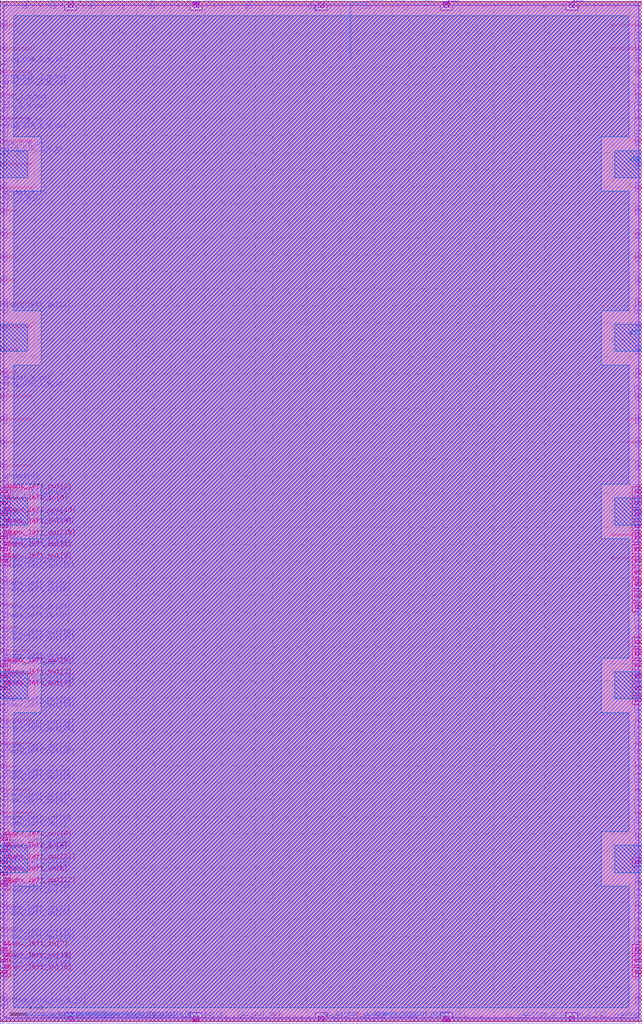
<source format=lef>
VERSION 5.7 ;
BUSBITCHARS "[]" ;

UNITS
  DATABASE MICRONS 1000 ;
END UNITS

MANUFACTURINGGRID 0.005 ;

LAYER li1
  TYPE ROUTING ;
  DIRECTION VERTICAL ;
  PITCH 0.46 ;
  WIDTH 0.17 ;
END li1

LAYER mcon
  TYPE CUT ;
END mcon

LAYER met1
  TYPE ROUTING ;
  DIRECTION HORIZONTAL ;
  PITCH 0.34 ;
  WIDTH 0.14 ;
END met1

LAYER via
  TYPE CUT ;
END via

LAYER met2
  TYPE ROUTING ;
  DIRECTION VERTICAL ;
  PITCH 0.46 ;
  WIDTH 0.14 ;
END met2

LAYER via2
  TYPE CUT ;
END via2

LAYER met3
  TYPE ROUTING ;
  DIRECTION HORIZONTAL ;
  PITCH 0.68 ;
  WIDTH 0.3 ;
END met3

LAYER via3
  TYPE CUT ;
END via3

LAYER met4
  TYPE ROUTING ;
  DIRECTION VERTICAL ;
  PITCH 0.92 ;
  WIDTH 0.3 ;
END met4

LAYER via4
  TYPE CUT ;
END via4

LAYER met5
  TYPE ROUTING ;
  DIRECTION HORIZONTAL ;
  PITCH 3.4 ;
  WIDTH 1.6 ;
END met5

LAYER nwell
  TYPE MASTERSLICE ;
END nwell

LAYER pwell
  TYPE MASTERSLICE ;
END pwell

LAYER OVERLAP
  TYPE OVERLAP ;
END OVERLAP

VIA L1M1_PR
  LAYER li1 ;
    RECT -0.085 -0.085 0.085 0.085 ;
  LAYER mcon ;
    RECT -0.085 -0.085 0.085 0.085 ;
  LAYER met1 ;
    RECT -0.145 -0.115 0.145 0.115 ;
END L1M1_PR

VIA L1M1_PR_R
  LAYER li1 ;
    RECT -0.085 -0.085 0.085 0.085 ;
  LAYER mcon ;
    RECT -0.085 -0.085 0.085 0.085 ;
  LAYER met1 ;
    RECT -0.115 -0.145 0.115 0.145 ;
END L1M1_PR_R

VIA L1M1_PR_M
  LAYER li1 ;
    RECT -0.085 -0.085 0.085 0.085 ;
  LAYER mcon ;
    RECT -0.085 -0.085 0.085 0.085 ;
  LAYER met1 ;
    RECT -0.115 -0.145 0.115 0.145 ;
END L1M1_PR_M

VIA L1M1_PR_MR
  LAYER li1 ;
    RECT -0.085 -0.085 0.085 0.085 ;
  LAYER mcon ;
    RECT -0.085 -0.085 0.085 0.085 ;
  LAYER met1 ;
    RECT -0.145 -0.115 0.145 0.115 ;
END L1M1_PR_MR

VIA L1M1_PR_C
  LAYER li1 ;
    RECT -0.085 -0.085 0.085 0.085 ;
  LAYER mcon ;
    RECT -0.085 -0.085 0.085 0.085 ;
  LAYER met1 ;
    RECT -0.145 -0.145 0.145 0.145 ;
END L1M1_PR_C

VIA M1M2_PR
  LAYER met1 ;
    RECT -0.16 -0.13 0.16 0.13 ;
  LAYER via ;
    RECT -0.075 -0.075 0.075 0.075 ;
  LAYER met2 ;
    RECT -0.13 -0.16 0.13 0.16 ;
END M1M2_PR

VIA M1M2_PR_Enc
  LAYER met1 ;
    RECT -0.16 -0.13 0.16 0.13 ;
  LAYER via ;
    RECT -0.075 -0.075 0.075 0.075 ;
  LAYER met2 ;
    RECT -0.16 -0.13 0.16 0.13 ;
END M1M2_PR_Enc

VIA M1M2_PR_R
  LAYER met1 ;
    RECT -0.13 -0.16 0.13 0.16 ;
  LAYER via ;
    RECT -0.075 -0.075 0.075 0.075 ;
  LAYER met2 ;
    RECT -0.16 -0.13 0.16 0.13 ;
END M1M2_PR_R

VIA M1M2_PR_R_Enc
  LAYER met1 ;
    RECT -0.13 -0.16 0.13 0.16 ;
  LAYER via ;
    RECT -0.075 -0.075 0.075 0.075 ;
  LAYER met2 ;
    RECT -0.13 -0.16 0.13 0.16 ;
END M1M2_PR_R_Enc

VIA M1M2_PR_M
  LAYER met1 ;
    RECT -0.16 -0.13 0.16 0.13 ;
  LAYER via ;
    RECT -0.075 -0.075 0.075 0.075 ;
  LAYER met2 ;
    RECT -0.16 -0.13 0.16 0.13 ;
END M1M2_PR_M

VIA M1M2_PR_M_Enc
  LAYER met1 ;
    RECT -0.16 -0.13 0.16 0.13 ;
  LAYER via ;
    RECT -0.075 -0.075 0.075 0.075 ;
  LAYER met2 ;
    RECT -0.13 -0.16 0.13 0.16 ;
END M1M2_PR_M_Enc

VIA M1M2_PR_MR
  LAYER met1 ;
    RECT -0.13 -0.16 0.13 0.16 ;
  LAYER via ;
    RECT -0.075 -0.075 0.075 0.075 ;
  LAYER met2 ;
    RECT -0.13 -0.16 0.13 0.16 ;
END M1M2_PR_MR

VIA M1M2_PR_MR_Enc
  LAYER met1 ;
    RECT -0.13 -0.16 0.13 0.16 ;
  LAYER via ;
    RECT -0.075 -0.075 0.075 0.075 ;
  LAYER met2 ;
    RECT -0.16 -0.13 0.16 0.13 ;
END M1M2_PR_MR_Enc

VIA M1M2_PR_C
  LAYER met1 ;
    RECT -0.16 -0.16 0.16 0.16 ;
  LAYER via ;
    RECT -0.075 -0.075 0.075 0.075 ;
  LAYER met2 ;
    RECT -0.16 -0.16 0.16 0.16 ;
END M1M2_PR_C

VIA M2M3_PR
  LAYER met2 ;
    RECT -0.14 -0.185 0.14 0.185 ;
  LAYER via2 ;
    RECT -0.1 -0.1 0.1 0.1 ;
  LAYER met3 ;
    RECT -0.165 -0.165 0.165 0.165 ;
END M2M3_PR

VIA M2M3_PR_R
  LAYER met2 ;
    RECT -0.185 -0.14 0.185 0.14 ;
  LAYER via2 ;
    RECT -0.1 -0.1 0.1 0.1 ;
  LAYER met3 ;
    RECT -0.165 -0.165 0.165 0.165 ;
END M2M3_PR_R

VIA M2M3_PR_M
  LAYER met2 ;
    RECT -0.14 -0.185 0.14 0.185 ;
  LAYER via2 ;
    RECT -0.1 -0.1 0.1 0.1 ;
  LAYER met3 ;
    RECT -0.165 -0.165 0.165 0.165 ;
END M2M3_PR_M

VIA M2M3_PR_MR
  LAYER met2 ;
    RECT -0.185 -0.14 0.185 0.14 ;
  LAYER via2 ;
    RECT -0.1 -0.1 0.1 0.1 ;
  LAYER met3 ;
    RECT -0.165 -0.165 0.165 0.165 ;
END M2M3_PR_MR

VIA M2M3_PR_C
  LAYER met2 ;
    RECT -0.185 -0.185 0.185 0.185 ;
  LAYER via2 ;
    RECT -0.1 -0.1 0.1 0.1 ;
  LAYER met3 ;
    RECT -0.165 -0.165 0.165 0.165 ;
END M2M3_PR_C

VIA M3M4_PR
  LAYER met3 ;
    RECT -0.19 -0.16 0.19 0.16 ;
  LAYER via3 ;
    RECT -0.1 -0.1 0.1 0.1 ;
  LAYER met4 ;
    RECT -0.165 -0.165 0.165 0.165 ;
END M3M4_PR

VIA M3M4_PR_R
  LAYER met3 ;
    RECT -0.16 -0.19 0.16 0.19 ;
  LAYER via3 ;
    RECT -0.1 -0.1 0.1 0.1 ;
  LAYER met4 ;
    RECT -0.165 -0.165 0.165 0.165 ;
END M3M4_PR_R

VIA M3M4_PR_M
  LAYER met3 ;
    RECT -0.19 -0.16 0.19 0.16 ;
  LAYER via3 ;
    RECT -0.1 -0.1 0.1 0.1 ;
  LAYER met4 ;
    RECT -0.165 -0.165 0.165 0.165 ;
END M3M4_PR_M

VIA M3M4_PR_MR
  LAYER met3 ;
    RECT -0.16 -0.19 0.16 0.19 ;
  LAYER via3 ;
    RECT -0.1 -0.1 0.1 0.1 ;
  LAYER met4 ;
    RECT -0.165 -0.165 0.165 0.165 ;
END M3M4_PR_MR

VIA M3M4_PR_C
  LAYER met3 ;
    RECT -0.19 -0.19 0.19 0.19 ;
  LAYER via3 ;
    RECT -0.1 -0.1 0.1 0.1 ;
  LAYER met4 ;
    RECT -0.165 -0.165 0.165 0.165 ;
END M3M4_PR_C

VIA M4M5_PR
  LAYER met4 ;
    RECT -0.59 -0.59 0.59 0.59 ;
  LAYER via4 ;
    RECT -0.4 -0.4 0.4 0.4 ;
  LAYER met5 ;
    RECT -0.71 -0.71 0.71 0.71 ;
END M4M5_PR

VIA M4M5_PR_R
  LAYER met4 ;
    RECT -0.59 -0.59 0.59 0.59 ;
  LAYER via4 ;
    RECT -0.4 -0.4 0.4 0.4 ;
  LAYER met5 ;
    RECT -0.71 -0.71 0.71 0.71 ;
END M4M5_PR_R

VIA M4M5_PR_M
  LAYER met4 ;
    RECT -0.59 -0.59 0.59 0.59 ;
  LAYER via4 ;
    RECT -0.4 -0.4 0.4 0.4 ;
  LAYER met5 ;
    RECT -0.71 -0.71 0.71 0.71 ;
END M4M5_PR_M

VIA M4M5_PR_MR
  LAYER met4 ;
    RECT -0.59 -0.59 0.59 0.59 ;
  LAYER via4 ;
    RECT -0.4 -0.4 0.4 0.4 ;
  LAYER met5 ;
    RECT -0.71 -0.71 0.71 0.71 ;
END M4M5_PR_MR

VIA M4M5_PR_C
  LAYER met4 ;
    RECT -0.59 -0.59 0.59 0.59 ;
  LAYER via4 ;
    RECT -0.4 -0.4 0.4 0.4 ;
  LAYER met5 ;
    RECT -0.71 -0.71 0.71 0.71 ;
END M4M5_PR_C

SITE unit
  CLASS CORE ;
  SYMMETRY Y ;
  SIZE 0.46 BY 2.72 ;
END unit

SITE unithddbl
  CLASS CORE ;
  SIZE 0.46 BY 5.44 ;
END unithddbl

MACRO cbx_1__1_
  CLASS BLOCK ;
  ORIGIN 0 0 ;
  SIZE 75.44 BY 119.68 ;
  SYMMETRY X Y ;
  PIN pReset[0]
    DIRECTION INPUT ;
    USE SIGNAL ;
    PORT
      LAYER met1 ;
        RECT 0 63.34 0.595 63.48 ;
    END
  END pReset[0]
  PIN chanx_left_in[0]
    DIRECTION INPUT ;
    USE SIGNAL ;
    PORT
      LAYER met1 ;
        RECT 0 56.2 0.595 56.34 ;
    END
  END chanx_left_in[0]
  PIN chanx_left_in[1]
    DIRECTION INPUT ;
    USE SIGNAL ;
    PORT
      LAYER met1 ;
        RECT 0 14.72 0.595 14.86 ;
    END
  END chanx_left_in[1]
  PIN chanx_left_in[2]
    DIRECTION INPUT ;
    USE SIGNAL ;
    PORT
      LAYER met1 ;
        RECT 0 22.54 0.595 22.68 ;
    END
  END chanx_left_in[2]
  PIN chanx_left_in[3]
    DIRECTION INPUT ;
    USE SIGNAL ;
    PORT
      LAYER met1 ;
        RECT 0 58.92 0.595 59.06 ;
    END
  END chanx_left_in[3]
  PIN chanx_left_in[4]
    DIRECTION INPUT ;
    USE SIGNAL ;
    PORT
      LAYER met3 ;
        RECT 0 19.91 0.8 20.21 ;
    END
  END chanx_left_in[4]
  PIN chanx_left_in[5]
    DIRECTION INPUT ;
    USE SIGNAL ;
    PORT
      LAYER met1 ;
        RECT 0 25.26 0.595 25.4 ;
    END
  END chanx_left_in[5]
  PIN chanx_left_in[6]
    DIRECTION INPUT ;
    USE SIGNAL ;
    PORT
      LAYER met3 ;
        RECT 0 60.71 0.8 61.01 ;
    END
  END chanx_left_in[6]
  PIN chanx_left_in[7]
    DIRECTION INPUT ;
    USE SIGNAL ;
    PORT
      LAYER met3 ;
        RECT 0 8.35 0.8 8.65 ;
    END
  END chanx_left_in[7]
  PIN chanx_left_in[8]
    DIRECTION INPUT ;
    USE SIGNAL ;
    PORT
      LAYER met3 ;
        RECT 0 17.19 0.8 17.49 ;
    END
  END chanx_left_in[8]
  PIN chanx_left_in[9]
    DIRECTION INPUT ;
    USE SIGNAL ;
    PORT
      LAYER met1 ;
        RECT 0 53.48 0.595 53.62 ;
    END
  END chanx_left_in[9]
  PIN chanx_left_in[10]
    DIRECTION INPUT ;
    USE SIGNAL ;
    PORT
      LAYER met1 ;
        RECT 0 50.76 0.595 50.9 ;
    END
  END chanx_left_in[10]
  PIN chanx_left_in[11]
    DIRECTION INPUT ;
    USE SIGNAL ;
    PORT
      LAYER met1 ;
        RECT 0 12.68 0.595 12.82 ;
    END
  END chanx_left_in[11]
  PIN chanx_left_in[12]
    DIRECTION INPUT ;
    USE SIGNAL ;
    PORT
      LAYER met1 ;
        RECT 0 55.52 0.595 55.66 ;
    END
  END chanx_left_in[12]
  PIN chanx_left_in[13]
    DIRECTION INPUT ;
    USE SIGNAL ;
    PORT
      LAYER met3 ;
        RECT 0 6.99 0.8 7.29 ;
    END
  END chanx_left_in[13]
  PIN chanx_left_in[14]
    DIRECTION INPUT ;
    USE SIGNAL ;
    PORT
      LAYER met1 ;
        RECT 0 25.94 0.595 26.08 ;
    END
  END chanx_left_in[14]
  PIN chanx_left_in[15]
    DIRECTION INPUT ;
    USE SIGNAL ;
    PORT
      LAYER met1 ;
        RECT 0 50.08 0.595 50.22 ;
    END
  END chanx_left_in[15]
  PIN chanx_left_in[16]
    DIRECTION INPUT ;
    USE SIGNAL ;
    PORT
      LAYER met3 ;
        RECT 0 5.63 0.8 5.93 ;
    END
  END chanx_left_in[16]
  PIN chanx_left_in[17]
    DIRECTION INPUT ;
    USE SIGNAL ;
    PORT
      LAYER met1 ;
        RECT 0 17.44 0.595 17.58 ;
    END
  END chanx_left_in[17]
  PIN chanx_left_in[18]
    DIRECTION INPUT ;
    USE SIGNAL ;
    PORT
      LAYER met3 ;
        RECT 0 57.99 0.8 58.29 ;
    END
  END chanx_left_in[18]
  PIN chanx_left_in[19]
    DIRECTION INPUT ;
    USE SIGNAL ;
    PORT
      LAYER met1 ;
        RECT 0 6.22 0.595 6.36 ;
    END
  END chanx_left_in[19]
  PIN chanx_left_in[20]
    DIRECTION INPUT ;
    USE SIGNAL ;
    PORT
      LAYER met1 ;
        RECT 0 12 0.595 12.14 ;
    END
  END chanx_left_in[20]
  PIN chanx_left_in[21]
    DIRECTION INPUT ;
    USE SIGNAL ;
    PORT
      LAYER met1 ;
        RECT 0 61.64 0.595 61.78 ;
    END
  END chanx_left_in[21]
  PIN chanx_left_in[22]
    DIRECTION INPUT ;
    USE SIGNAL ;
    PORT
      LAYER met1 ;
        RECT 0 15.4 0.595 15.54 ;
    END
  END chanx_left_in[22]
  PIN chanx_left_in[23]
    DIRECTION INPUT ;
    USE SIGNAL ;
    PORT
      LAYER met1 ;
        RECT 0 19.82 0.595 19.96 ;
    END
  END chanx_left_in[23]
  PIN chanx_left_in[24]
    DIRECTION INPUT ;
    USE SIGNAL ;
    PORT
      LAYER met1 ;
        RECT 0 83.4 0.595 83.54 ;
    END
  END chanx_left_in[24]
  PIN chanx_left_in[25]
    DIRECTION INPUT ;
    USE SIGNAL ;
    PORT
      LAYER met1 ;
        RECT 0 6.9 0.595 7.04 ;
    END
  END chanx_left_in[25]
  PIN chanx_left_in[26]
    DIRECTION INPUT ;
    USE SIGNAL ;
    PORT
      LAYER met1 ;
        RECT 0 23.22 0.595 23.36 ;
    END
  END chanx_left_in[26]
  PIN chanx_left_in[27]
    DIRECTION INPUT ;
    USE SIGNAL ;
    PORT
      LAYER met1 ;
        RECT 0 48.04 0.595 48.18 ;
    END
  END chanx_left_in[27]
  PIN chanx_left_in[28]
    DIRECTION INPUT ;
    USE SIGNAL ;
    PORT
      LAYER met1 ;
        RECT 0 20.5 0.595 20.64 ;
    END
  END chanx_left_in[28]
  PIN chanx_left_in[29]
    DIRECTION INPUT ;
    USE SIGNAL ;
    PORT
      LAYER met1 ;
        RECT 0 18.12 0.595 18.26 ;
    END
  END chanx_left_in[29]
  PIN chanx_right_in[0]
    DIRECTION INPUT ;
    USE SIGNAL ;
    PORT
      LAYER met1 ;
        RECT 74.845 41.58 75.44 41.72 ;
    END
  END chanx_right_in[0]
  PIN chanx_right_in[1]
    DIRECTION INPUT ;
    USE SIGNAL ;
    PORT
      LAYER met1 ;
        RECT 74.845 9.96 75.44 10.1 ;
    END
  END chanx_right_in[1]
  PIN chanx_right_in[2]
    DIRECTION INPUT ;
    USE SIGNAL ;
    PORT
      LAYER met1 ;
        RECT 74.845 12.68 75.44 12.82 ;
    END
  END chanx_right_in[2]
  PIN chanx_right_in[3]
    DIRECTION INPUT ;
    USE SIGNAL ;
    PORT
      LAYER met1 ;
        RECT 74.845 39.2 75.44 39.34 ;
    END
  END chanx_right_in[3]
  PIN chanx_right_in[4]
    DIRECTION INPUT ;
    USE SIGNAL ;
    PORT
      LAYER met1 ;
        RECT 74.845 12 75.44 12.14 ;
    END
  END chanx_right_in[4]
  PIN chanx_right_in[5]
    DIRECTION INPUT ;
    USE SIGNAL ;
    PORT
      LAYER met1 ;
        RECT 74.845 23.22 75.44 23.36 ;
    END
  END chanx_right_in[5]
  PIN chanx_right_in[6]
    DIRECTION INPUT ;
    USE SIGNAL ;
    PORT
      LAYER met3 ;
        RECT 74.64 18.55 75.44 18.85 ;
    END
  END chanx_right_in[6]
  PIN chanx_right_in[7]
    DIRECTION INPUT ;
    USE SIGNAL ;
    PORT
      LAYER met1 ;
        RECT 74.845 6.22 75.44 6.36 ;
    END
  END chanx_right_in[7]
  PIN chanx_right_in[8]
    DIRECTION INPUT ;
    USE SIGNAL ;
    PORT
      LAYER met1 ;
        RECT 74.845 25.26 75.44 25.4 ;
    END
  END chanx_right_in[8]
  PIN chanx_right_in[9]
    DIRECTION INPUT ;
    USE SIGNAL ;
    PORT
      LAYER met3 ;
        RECT 74.64 52.55 75.44 52.85 ;
    END
  END chanx_right_in[9]
  PIN chanx_right_in[10]
    DIRECTION INPUT ;
    USE SIGNAL ;
    PORT
      LAYER met1 ;
        RECT 74.845 22.54 75.44 22.68 ;
    END
  END chanx_right_in[10]
  PIN chanx_right_in[11]
    DIRECTION INPUT ;
    USE SIGNAL ;
    PORT
      LAYER met1 ;
        RECT 74.845 9.28 75.44 9.42 ;
    END
  END chanx_right_in[11]
  PIN chanx_right_in[12]
    DIRECTION INPUT ;
    USE SIGNAL ;
    PORT
      LAYER met3 ;
        RECT 74.64 51.19 75.44 51.49 ;
    END
  END chanx_right_in[12]
  PIN chanx_right_in[13]
    DIRECTION INPUT ;
    USE SIGNAL ;
    PORT
      LAYER met3 ;
        RECT 74.64 5.63 75.44 5.93 ;
    END
  END chanx_right_in[13]
  PIN chanx_right_in[14]
    DIRECTION INPUT ;
    USE SIGNAL ;
    PORT
      LAYER met1 ;
        RECT 74.845 17.44 75.44 17.58 ;
    END
  END chanx_right_in[14]
  PIN chanx_right_in[15]
    DIRECTION INPUT ;
    USE SIGNAL ;
    PORT
      LAYER met1 ;
        RECT 74.845 55.52 75.44 55.66 ;
    END
  END chanx_right_in[15]
  PIN chanx_right_in[16]
    DIRECTION INPUT ;
    USE SIGNAL ;
    PORT
      LAYER met1 ;
        RECT 74.845 20.5 75.44 20.64 ;
    END
  END chanx_right_in[16]
  PIN chanx_right_in[17]
    DIRECTION INPUT ;
    USE SIGNAL ;
    PORT
      LAYER met1 ;
        RECT 74.845 19.82 75.44 19.96 ;
    END
  END chanx_right_in[17]
  PIN chanx_right_in[18]
    DIRECTION INPUT ;
    USE SIGNAL ;
    PORT
      LAYER met1 ;
        RECT 74.845 60.96 75.44 61.1 ;
    END
  END chanx_right_in[18]
  PIN chanx_right_in[19]
    DIRECTION INPUT ;
    USE SIGNAL ;
    PORT
      LAYER met3 ;
        RECT 74.64 8.35 75.44 8.65 ;
    END
  END chanx_right_in[19]
  PIN chanx_right_in[20]
    DIRECTION INPUT ;
    USE SIGNAL ;
    PORT
      LAYER met1 ;
        RECT 74.845 30.7 75.44 30.84 ;
    END
  END chanx_right_in[20]
  PIN chanx_right_in[21]
    DIRECTION INPUT ;
    USE SIGNAL ;
    PORT
      LAYER met1 ;
        RECT 74.845 61.64 75.44 61.78 ;
    END
  END chanx_right_in[21]
  PIN chanx_right_in[22]
    DIRECTION INPUT ;
    USE SIGNAL ;
    PORT
      LAYER met1 ;
        RECT 74.845 37.16 75.44 37.3 ;
    END
  END chanx_right_in[22]
  PIN chanx_right_in[23]
    DIRECTION INPUT ;
    USE SIGNAL ;
    PORT
      LAYER met1 ;
        RECT 74.845 18.12 75.44 18.26 ;
    END
  END chanx_right_in[23]
  PIN chanx_right_in[24]
    DIRECTION INPUT ;
    USE SIGNAL ;
    PORT
      LAYER met1 ;
        RECT 74.845 83.4 75.44 83.54 ;
    END
  END chanx_right_in[24]
  PIN chanx_right_in[25]
    DIRECTION INPUT ;
    USE SIGNAL ;
    PORT
      LAYER met3 ;
        RECT 74.64 6.99 75.44 7.29 ;
    END
  END chanx_right_in[25]
  PIN chanx_right_in[26]
    DIRECTION INPUT ;
    USE SIGNAL ;
    PORT
      LAYER met1 ;
        RECT 74.845 14.72 75.44 14.86 ;
    END
  END chanx_right_in[26]
  PIN chanx_right_in[27]
    DIRECTION INPUT ;
    USE SIGNAL ;
    PORT
      LAYER met1 ;
        RECT 74.845 58.24 75.44 58.38 ;
    END
  END chanx_right_in[27]
  PIN chanx_right_in[28]
    DIRECTION INPUT ;
    USE SIGNAL ;
    PORT
      LAYER met1 ;
        RECT 74.845 15.4 75.44 15.54 ;
    END
  END chanx_right_in[28]
  PIN chanx_right_in[29]
    DIRECTION INPUT ;
    USE SIGNAL ;
    PORT
      LAYER met1 ;
        RECT 74.845 25.94 75.44 26.08 ;
    END
  END chanx_right_in[29]
  PIN ccff_head[0]
    DIRECTION INPUT ;
    USE SIGNAL ;
    PORT
      LAYER met1 ;
        RECT 74.845 39.88 75.44 40.02 ;
    END
  END ccff_head[0]
  PIN chanx_left_out[0]
    DIRECTION OUTPUT ;
    USE SIGNAL ;
    PORT
      LAYER met3 ;
        RECT 0 41.67 0.8 41.97 ;
    END
  END chanx_left_out[0]
  PIN chanx_left_out[1]
    DIRECTION OUTPUT ;
    USE SIGNAL ;
    PORT
      LAYER met3 ;
        RECT 0 55.27 0.8 55.57 ;
    END
  END chanx_left_out[1]
  PIN chanx_left_out[2]
    DIRECTION OUTPUT ;
    USE SIGNAL ;
    PORT
      LAYER met3 ;
        RECT 0 62.07 0.8 62.37 ;
    END
  END chanx_left_out[2]
  PIN chanx_left_out[3]
    DIRECTION OUTPUT ;
    USE SIGNAL ;
    PORT
      LAYER met3 ;
        RECT 0 40.31 0.8 40.61 ;
    END
  END chanx_left_out[3]
  PIN chanx_left_out[4]
    DIRECTION OUTPUT ;
    USE SIGNAL ;
    PORT
      LAYER met1 ;
        RECT 0 31.72 0.595 31.86 ;
    END
  END chanx_left_out[4]
  PIN chanx_left_out[5]
    DIRECTION OUTPUT ;
    USE SIGNAL ;
    PORT
      LAYER met1 ;
        RECT 0 28.66 0.595 28.8 ;
    END
  END chanx_left_out[5]
  PIN chanx_left_out[6]
    DIRECTION OUTPUT ;
    USE SIGNAL ;
    PORT
      LAYER met1 ;
        RECT 0 47.02 0.595 47.16 ;
    END
  END chanx_left_out[6]
  PIN chanx_left_out[7]
    DIRECTION OUTPUT ;
    USE SIGNAL ;
    PORT
      LAYER met3 ;
        RECT 0 38.95 0.8 39.25 ;
    END
  END chanx_left_out[7]
  PIN chanx_left_out[8]
    DIRECTION OUTPUT ;
    USE SIGNAL ;
    PORT
      LAYER met3 ;
        RECT 0 53.91 0.8 54.21 ;
    END
  END chanx_left_out[8]
  PIN chanx_left_out[9]
    DIRECTION OUTPUT ;
    USE SIGNAL ;
    PORT
      LAYER met3 ;
        RECT 0 21.27 0.8 21.57 ;
    END
  END chanx_left_out[9]
  PIN chanx_left_out[10]
    DIRECTION OUTPUT ;
    USE SIGNAL ;
    PORT
      LAYER met1 ;
        RECT 0 9.96 0.595 10.1 ;
    END
  END chanx_left_out[10]
  PIN chanx_left_out[11]
    DIRECTION OUTPUT ;
    USE SIGNAL ;
    PORT
      LAYER met1 ;
        RECT 0 39.2 0.595 39.34 ;
    END
  END chanx_left_out[11]
  PIN chanx_left_out[12]
    DIRECTION OUTPUT ;
    USE SIGNAL ;
    PORT
      LAYER met1 ;
        RECT 0 52.8 0.595 52.94 ;
    END
  END chanx_left_out[12]
  PIN chanx_left_out[13]
    DIRECTION OUTPUT ;
    USE SIGNAL ;
    PORT
      LAYER met3 ;
        RECT 0 59.35 0.8 59.65 ;
    END
  END chanx_left_out[13]
  PIN chanx_left_out[14]
    DIRECTION OUTPUT ;
    USE SIGNAL ;
    PORT
      LAYER met1 ;
        RECT 0 37.16 0.595 37.3 ;
    END
  END chanx_left_out[14]
  PIN chanx_left_out[15]
    DIRECTION OUTPUT ;
    USE SIGNAL ;
    PORT
      LAYER met1 ;
        RECT 0 44.98 0.595 45.12 ;
    END
  END chanx_left_out[15]
  PIN chanx_left_out[16]
    DIRECTION OUTPUT ;
    USE SIGNAL ;
    PORT
      LAYER met1 ;
        RECT 0 9.28 0.595 9.42 ;
    END
  END chanx_left_out[16]
  PIN chanx_left_out[17]
    DIRECTION OUTPUT ;
    USE SIGNAL ;
    PORT
      LAYER met1 ;
        RECT 0 34.44 0.595 34.58 ;
    END
  END chanx_left_out[17]
  PIN chanx_left_out[18]
    DIRECTION OUTPUT ;
    USE SIGNAL ;
    PORT
      LAYER met1 ;
        RECT 0 36.48 0.595 36.62 ;
    END
  END chanx_left_out[18]
  PIN chanx_left_out[19]
    DIRECTION OUTPUT ;
    USE SIGNAL ;
    PORT
      LAYER met3 ;
        RECT 0 56.63 0.8 56.93 ;
    END
  END chanx_left_out[19]
  PIN chanx_left_out[20]
    DIRECTION OUTPUT ;
    USE SIGNAL ;
    PORT
      LAYER met1 ;
        RECT 0 27.98 0.595 28.12 ;
    END
  END chanx_left_out[20]
  PIN chanx_left_out[21]
    DIRECTION OUTPUT ;
    USE SIGNAL ;
    PORT
      LAYER met3 ;
        RECT 0 18.55 0.8 18.85 ;
    END
  END chanx_left_out[21]
  PIN chanx_left_out[22]
    DIRECTION OUTPUT ;
    USE SIGNAL ;
    PORT
      LAYER met1 ;
        RECT 0 41.58 0.595 41.72 ;
    END
  END chanx_left_out[22]
  PIN chanx_left_out[23]
    DIRECTION OUTPUT ;
    USE SIGNAL ;
    PORT
      LAYER met1 ;
        RECT 0 39.88 0.595 40.02 ;
    END
  END chanx_left_out[23]
  PIN chanx_left_out[24]
    DIRECTION OUTPUT ;
    USE SIGNAL ;
    PORT
      LAYER met1 ;
        RECT 0 58.24 0.595 58.38 ;
    END
  END chanx_left_out[24]
  PIN chanx_left_out[25]
    DIRECTION OUTPUT ;
    USE SIGNAL ;
    PORT
      LAYER met1 ;
        RECT 0 44.3 0.595 44.44 ;
    END
  END chanx_left_out[25]
  PIN chanx_left_out[26]
    DIRECTION OUTPUT ;
    USE SIGNAL ;
    PORT
      LAYER met1 ;
        RECT 0 33.76 0.595 33.9 ;
    END
  END chanx_left_out[26]
  PIN chanx_left_out[27]
    DIRECTION OUTPUT ;
    USE SIGNAL ;
    PORT
      LAYER met3 ;
        RECT 0 15.83 0.8 16.13 ;
    END
  END chanx_left_out[27]
  PIN chanx_left_out[28]
    DIRECTION OUTPUT ;
    USE SIGNAL ;
    PORT
      LAYER met1 ;
        RECT 0 31.04 0.595 31.18 ;
    END
  END chanx_left_out[28]
  PIN chanx_left_out[29]
    DIRECTION OUTPUT ;
    USE SIGNAL ;
    PORT
      LAYER met1 ;
        RECT 0 42.26 0.595 42.4 ;
    END
  END chanx_left_out[29]
  PIN chanx_right_out[0]
    DIRECTION OUTPUT ;
    USE SIGNAL ;
    PORT
      LAYER met1 ;
        RECT 74.845 33.76 75.44 33.9 ;
    END
  END chanx_right_out[0]
  PIN chanx_right_out[1]
    DIRECTION OUTPUT ;
    USE SIGNAL ;
    PORT
      LAYER met3 ;
        RECT 74.64 38.95 75.44 39.25 ;
    END
  END chanx_right_out[1]
  PIN chanx_right_out[2]
    DIRECTION OUTPUT ;
    USE SIGNAL ;
    PORT
      LAYER met3 ;
        RECT 74.64 59.35 75.44 59.65 ;
    END
  END chanx_right_out[2]
  PIN chanx_right_out[3]
    DIRECTION OUTPUT ;
    USE SIGNAL ;
    PORT
      LAYER met3 ;
        RECT 74.64 43.03 75.44 43.33 ;
    END
  END chanx_right_out[3]
  PIN chanx_right_out[4]
    DIRECTION OUTPUT ;
    USE SIGNAL ;
    PORT
      LAYER met3 ;
        RECT 74.64 48.47 75.44 48.77 ;
    END
  END chanx_right_out[4]
  PIN chanx_right_out[5]
    DIRECTION OUTPUT ;
    USE SIGNAL ;
    PORT
      LAYER met1 ;
        RECT 74.845 7.24 75.44 7.38 ;
    END
  END chanx_right_out[5]
  PIN chanx_right_out[6]
    DIRECTION OUTPUT ;
    USE SIGNAL ;
    PORT
      LAYER met1 ;
        RECT 74.845 58.92 75.44 59.06 ;
    END
  END chanx_right_out[6]
  PIN chanx_right_out[7]
    DIRECTION OUTPUT ;
    USE SIGNAL ;
    PORT
      LAYER met1 ;
        RECT 74.845 36.48 75.44 36.62 ;
    END
  END chanx_right_out[7]
  PIN chanx_right_out[8]
    DIRECTION OUTPUT ;
    USE SIGNAL ;
    PORT
      LAYER met1 ;
        RECT 74.845 47.02 75.44 47.16 ;
    END
  END chanx_right_out[8]
  PIN chanx_right_out[9]
    DIRECTION OUTPUT ;
    USE SIGNAL ;
    PORT
      LAYER met3 ;
        RECT 74.64 62.07 75.44 62.37 ;
    END
  END chanx_right_out[9]
  PIN chanx_right_out[10]
    DIRECTION OUTPUT ;
    USE SIGNAL ;
    PORT
      LAYER met1 ;
        RECT 74.845 52.8 75.44 52.94 ;
    END
  END chanx_right_out[10]
  PIN chanx_right_out[11]
    DIRECTION OUTPUT ;
    USE SIGNAL ;
    PORT
      LAYER met1 ;
        RECT 74.845 49.74 75.44 49.88 ;
    END
  END chanx_right_out[11]
  PIN chanx_right_out[12]
    DIRECTION OUTPUT ;
    USE SIGNAL ;
    PORT
      LAYER met3 ;
        RECT 74.64 56.63 75.44 56.93 ;
    END
  END chanx_right_out[12]
  PIN chanx_right_out[13]
    DIRECTION OUTPUT ;
    USE SIGNAL ;
    PORT
      LAYER met1 ;
        RECT 74.845 34.44 75.44 34.58 ;
    END
  END chanx_right_out[13]
  PIN chanx_right_out[14]
    DIRECTION OUTPUT ;
    USE SIGNAL ;
    PORT
      LAYER met3 ;
        RECT 74.64 44.39 75.44 44.69 ;
    END
  END chanx_right_out[14]
  PIN chanx_right_out[15]
    DIRECTION OUTPUT ;
    USE SIGNAL ;
    PORT
      LAYER met3 ;
        RECT 74.64 37.59 75.44 37.89 ;
    END
  END chanx_right_out[15]
  PIN chanx_right_out[16]
    DIRECTION OUTPUT ;
    USE SIGNAL ;
    PORT
      LAYER met3 ;
        RECT 74.64 49.83 75.44 50.13 ;
    END
  END chanx_right_out[16]
  PIN chanx_right_out[17]
    DIRECTION OUTPUT ;
    USE SIGNAL ;
    PORT
      LAYER met1 ;
        RECT 74.845 31.72 75.44 31.86 ;
    END
  END chanx_right_out[17]
  PIN chanx_right_out[18]
    DIRECTION OUTPUT ;
    USE SIGNAL ;
    PORT
      LAYER met3 ;
        RECT 74.64 60.71 75.44 61.01 ;
    END
  END chanx_right_out[18]
  PIN chanx_right_out[19]
    DIRECTION OUTPUT ;
    USE SIGNAL ;
    PORT
      LAYER met3 ;
        RECT 74.64 41.67 75.44 41.97 ;
    END
  END chanx_right_out[19]
  PIN chanx_right_out[20]
    DIRECTION OUTPUT ;
    USE SIGNAL ;
    PORT
      LAYER met3 ;
        RECT 74.64 55.27 75.44 55.57 ;
    END
  END chanx_right_out[20]
  PIN chanx_right_out[21]
    DIRECTION OUTPUT ;
    USE SIGNAL ;
    PORT
      LAYER met1 ;
        RECT 74.845 56.2 75.44 56.34 ;
    END
  END chanx_right_out[21]
  PIN chanx_right_out[22]
    DIRECTION OUTPUT ;
    USE SIGNAL ;
    PORT
      LAYER met1 ;
        RECT 74.845 53.48 75.44 53.62 ;
    END
  END chanx_right_out[22]
  PIN chanx_right_out[23]
    DIRECTION OUTPUT ;
    USE SIGNAL ;
    PORT
      LAYER met1 ;
        RECT 74.845 44.3 75.44 44.44 ;
    END
  END chanx_right_out[23]
  PIN chanx_right_out[24]
    DIRECTION OUTPUT ;
    USE SIGNAL ;
    PORT
      LAYER met3 ;
        RECT 74.64 57.99 75.44 58.29 ;
    END
  END chanx_right_out[24]
  PIN chanx_right_out[25]
    DIRECTION OUTPUT ;
    USE SIGNAL ;
    PORT
      LAYER met1 ;
        RECT 74.845 42.26 75.44 42.4 ;
    END
  END chanx_right_out[25]
  PIN chanx_right_out[26]
    DIRECTION OUTPUT ;
    USE SIGNAL ;
    PORT
      LAYER met1 ;
        RECT 74.845 44.98 75.44 45.12 ;
    END
  END chanx_right_out[26]
  PIN chanx_right_out[27]
    DIRECTION OUTPUT ;
    USE SIGNAL ;
    PORT
      LAYER met1 ;
        RECT 74.845 50.42 75.44 50.56 ;
    END
  END chanx_right_out[27]
  PIN chanx_right_out[28]
    DIRECTION OUTPUT ;
    USE SIGNAL ;
    PORT
      LAYER met3 ;
        RECT 74.64 53.91 75.44 54.21 ;
    END
  END chanx_right_out[28]
  PIN chanx_right_out[29]
    DIRECTION OUTPUT ;
    USE SIGNAL ;
    PORT
      LAYER met3 ;
        RECT 74.64 40.31 75.44 40.61 ;
    END
  END chanx_right_out[29]
  PIN bottom_grid_pin_0_[0]
    DIRECTION OUTPUT ;
    USE SIGNAL ;
    PORT
      LAYER met2 ;
        RECT 42.94 0 43.08 0.485 ;
    END
  END bottom_grid_pin_0_[0]
  PIN bottom_grid_pin_1_[0]
    DIRECTION OUTPUT ;
    USE SIGNAL ;
    PORT
      LAYER met2 ;
        RECT 39.26 0 39.4 0.485 ;
    END
  END bottom_grid_pin_1_[0]
  PIN bottom_grid_pin_2_[0]
    DIRECTION OUTPUT ;
    USE SIGNAL ;
    PORT
      LAYER met2 ;
        RECT 61.34 0 61.48 0.485 ;
    END
  END bottom_grid_pin_2_[0]
  PIN bottom_grid_pin_3_[0]
    DIRECTION OUTPUT ;
    USE SIGNAL ;
    PORT
      LAYER met2 ;
        RECT 44.78 0 44.92 0.485 ;
    END
  END bottom_grid_pin_3_[0]
  PIN bottom_grid_pin_4_[0]
    DIRECTION OUTPUT ;
    USE SIGNAL ;
    PORT
      LAYER met2 ;
        RECT 5.68 0 5.82 0.485 ;
    END
  END bottom_grid_pin_4_[0]
  PIN bottom_grid_pin_5_[0]
    DIRECTION OUTPUT ;
    USE SIGNAL ;
    PORT
      LAYER met1 ;
        RECT 0 1.8 0.595 1.94 ;
    END
  END bottom_grid_pin_5_[0]
  PIN bottom_grid_pin_6_[0]
    DIRECTION OUTPUT ;
    USE SIGNAL ;
    PORT
      LAYER met2 ;
        RECT 3.38 0 3.52 0.485 ;
    END
  END bottom_grid_pin_6_[0]
  PIN bottom_grid_pin_7_[0]
    DIRECTION OUTPUT ;
    USE SIGNAL ;
    PORT
      LAYER met2 ;
        RECT 6.6 0 6.74 0.485 ;
    END
  END bottom_grid_pin_7_[0]
  PIN bottom_grid_pin_8_[0]
    DIRECTION OUTPUT ;
    USE SIGNAL ;
    PORT
      LAYER met2 ;
        RECT 13.04 0 13.18 0.485 ;
    END
  END bottom_grid_pin_8_[0]
  PIN bottom_grid_pin_9_[0]
    DIRECTION OUTPUT ;
    USE SIGNAL ;
    PORT
      LAYER met2 ;
        RECT 2.46 0 2.6 0.485 ;
    END
  END bottom_grid_pin_9_[0]
  PIN bottom_grid_pin_10_[0]
    DIRECTION OUTPUT ;
    USE SIGNAL ;
    PORT
      LAYER met2 ;
        RECT 8.44 0 8.58 0.485 ;
    END
  END bottom_grid_pin_10_[0]
  PIN bottom_grid_pin_11_[0]
    DIRECTION OUTPUT ;
    USE SIGNAL ;
    PORT
      LAYER met2 ;
        RECT 10.28 0 10.42 0.485 ;
    END
  END bottom_grid_pin_11_[0]
  PIN bottom_grid_pin_12_[0]
    DIRECTION OUTPUT ;
    USE SIGNAL ;
    PORT
      LAYER met2 ;
        RECT 12.12 0 12.26 0.485 ;
    END
  END bottom_grid_pin_12_[0]
  PIN bottom_grid_pin_13_[0]
    DIRECTION OUTPUT ;
    USE SIGNAL ;
    PORT
      LAYER met2 ;
        RECT 11.2 0 11.34 0.485 ;
    END
  END bottom_grid_pin_13_[0]
  PIN bottom_grid_pin_14_[0]
    DIRECTION OUTPUT ;
    USE SIGNAL ;
    PORT
      LAYER met2 ;
        RECT 16.26 0 16.4 0.485 ;
    END
  END bottom_grid_pin_14_[0]
  PIN bottom_grid_pin_15_[0]
    DIRECTION OUTPUT ;
    USE SIGNAL ;
    PORT
      LAYER met2 ;
        RECT 9.36 0 9.5 0.485 ;
    END
  END bottom_grid_pin_15_[0]
  PIN ccff_tail[0]
    DIRECTION OUTPUT ;
    USE SIGNAL ;
    PORT
      LAYER met1 ;
        RECT 0 60.96 0.595 61.1 ;
    END
  END ccff_tail[0]
  PIN SC_IN_TOP
    DIRECTION INPUT ;
    USE SIGNAL ;
    PORT
      LAYER met2 ;
        RECT 36.5 119.195 36.64 119.68 ;
    END
  END SC_IN_TOP
  PIN SC_OUT_BOT
    DIRECTION OUTPUT ;
    USE SIGNAL ;
    PORT
      LAYER met2 ;
        RECT 28.22 0 28.36 0.485 ;
    END
  END SC_OUT_BOT
  PIN SC_IN_BOT
    DIRECTION INPUT ;
    USE SIGNAL ;
    PORT
      LAYER met2 ;
        RECT 37.88 0 38.02 0.485 ;
    END
  END SC_IN_BOT
  PIN SC_OUT_TOP
    DIRECTION OUTPUT ;
    USE SIGNAL ;
    PORT
      LAYER met2 ;
        RECT 29.14 119.195 29.28 119.68 ;
    END
  END SC_OUT_TOP
  PIN REGIN_FEEDTHROUGH
    DIRECTION INPUT ;
    USE SIGNAL ;
    PORT
      LAYER met2 ;
        RECT 42.94 119.195 43.08 119.68 ;
    END
  END REGIN_FEEDTHROUGH
  PIN REGOUT_FEEDTHROUGH
    DIRECTION OUTPUT ;
    USE SIGNAL ;
    PORT
      LAYER met2 ;
        RECT 43.86 0 44 0.485 ;
    END
  END REGOUT_FEEDTHROUGH
  PIN CIN_FEEDTHROUGH
    DIRECTION INPUT ;
    USE SIGNAL ;
    PORT
      LAYER met2 ;
        RECT 10.74 119.195 10.88 119.68 ;
    END
  END CIN_FEEDTHROUGH
  PIN COUT_FEEDTHROUGH
    DIRECTION OUTPUT ;
    USE SIGNAL ;
    PORT
      LAYER met2 ;
        RECT 7.52 0 7.66 0.485 ;
    END
  END COUT_FEEDTHROUGH
  PIN pReset_E_in
    DIRECTION INPUT ;
    USE SIGNAL ;
    PORT
      LAYER met1 ;
        RECT 74.845 47.7 75.44 47.84 ;
    END
  END pReset_E_in
  PIN pReset_W_in
    DIRECTION INPUT ;
    USE SIGNAL ;
    PORT
      LAYER met1 ;
        RECT 0 96.66 0.595 96.8 ;
    END
  END pReset_W_in
  PIN pReset_W_out
    DIRECTION OUTPUT ;
    USE SIGNAL ;
    PORT
      LAYER met1 ;
        RECT 0 74.9 0.595 75.04 ;
    END
  END pReset_W_out
  PIN pReset_S_out
    DIRECTION OUTPUT ;
    USE SIGNAL ;
    PORT
      LAYER met2 ;
        RECT 72.84 0 72.98 0.485 ;
    END
  END pReset_S_out
  PIN pReset_E_out
    DIRECTION OUTPUT ;
    USE SIGNAL ;
    PORT
      LAYER met1 ;
        RECT 74.845 74.22 75.44 74.36 ;
    END
  END pReset_E_out
  PIN prog_clk_0_N_in
    DIRECTION INPUT ;
    USE CLOCK ;
    PORT
      LAYER met2 ;
        RECT 2.92 119.195 3.06 119.68 ;
    END
  END prog_clk_0_N_in
  PIN prog_clk_0_W_out
    DIRECTION OUTPUT ;
    USE CLOCK ;
    PORT
      LAYER met1 ;
        RECT 0 109.58 0.595 109.72 ;
    END
  END prog_clk_0_W_out
  PIN prog_clk_1_W_in
    DIRECTION INPUT ;
    USE SIGNAL ;
    PORT
      LAYER met1 ;
        RECT 0 74.22 0.595 74.36 ;
    END
  END prog_clk_1_W_in
  PIN prog_clk_1_E_in
    DIRECTION INPUT ;
    USE SIGNAL ;
    PORT
      LAYER met1 ;
        RECT 74.845 29 75.44 29.14 ;
    END
  END prog_clk_1_E_in
  PIN prog_clk_1_N_out
    DIRECTION OUTPUT ;
    USE SIGNAL ;
    PORT
      LAYER met2 ;
        RECT 17.64 119.195 17.78 119.68 ;
    END
  END prog_clk_1_N_out
  PIN prog_clk_1_S_out
    DIRECTION OUTPUT ;
    USE SIGNAL ;
    PORT
      LAYER met2 ;
        RECT 17.64 0 17.78 0.485 ;
    END
  END prog_clk_1_S_out
  PIN prog_clk_2_E_in
    DIRECTION INPUT ;
    USE SIGNAL ;
    PORT
      LAYER met1 ;
        RECT 74.845 116.04 75.44 116.18 ;
    END
  END prog_clk_2_E_in
  PIN prog_clk_2_W_in
    DIRECTION INPUT ;
    USE SIGNAL ;
    PORT
      LAYER met1 ;
        RECT 0 112.3 0.595 112.44 ;
    END
  END prog_clk_2_W_in
  PIN prog_clk_2_W_out
    DIRECTION OUTPUT ;
    USE SIGNAL ;
    PORT
      LAYER met1 ;
        RECT 0 110.26 0.595 110.4 ;
    END
  END prog_clk_2_W_out
  PIN prog_clk_2_E_out
    DIRECTION OUTPUT ;
    USE SIGNAL ;
    PORT
      LAYER met1 ;
        RECT 74.845 109.58 75.44 109.72 ;
    END
  END prog_clk_2_E_out
  PIN prog_clk_3_W_in
    DIRECTION INPUT ;
    USE SIGNAL ;
    PORT
      LAYER met1 ;
        RECT 0 101.76 0.595 101.9 ;
    END
  END prog_clk_3_W_in
  PIN prog_clk_3_E_in
    DIRECTION INPUT ;
    USE SIGNAL ;
    PORT
      LAYER met1 ;
        RECT 74.845 112.98 75.44 113.12 ;
    END
  END prog_clk_3_E_in
  PIN prog_clk_3_E_out
    DIRECTION OUTPUT ;
    USE SIGNAL ;
    PORT
      LAYER met1 ;
        RECT 74.845 104.48 75.44 104.62 ;
    END
  END prog_clk_3_E_out
  PIN prog_clk_3_W_out
    DIRECTION OUTPUT ;
    USE SIGNAL ;
    PORT
      LAYER met1 ;
        RECT 0 104.48 0.595 104.62 ;
    END
  END prog_clk_3_W_out
  PIN clk_1_W_in
    DIRECTION INPUT ;
    USE SIGNAL ;
    PORT
      LAYER met1 ;
        RECT 0 95.98 0.595 96.12 ;
    END
  END clk_1_W_in
  PIN clk_1_E_in
    DIRECTION INPUT ;
    USE SIGNAL ;
    PORT
      LAYER met1 ;
        RECT 74.845 28.32 75.44 28.46 ;
    END
  END clk_1_E_in
  PIN clk_1_N_out
    DIRECTION OUTPUT ;
    USE SIGNAL ;
    PORT
      LAYER met2 ;
        RECT 6.14 119.195 6.28 119.68 ;
    END
  END clk_1_N_out
  PIN clk_1_S_out
    DIRECTION OUTPUT ;
    USE SIGNAL ;
    PORT
      LAYER met2 ;
        RECT 4.76 0 4.9 0.485 ;
    END
  END clk_1_S_out
  PIN clk_2_E_in
    DIRECTION INPUT ;
    USE SIGNAL ;
    PORT
      LAYER met1 ;
        RECT 74.845 107.54 75.44 107.68 ;
    END
  END clk_2_E_in
  PIN clk_2_W_in
    DIRECTION INPUT ;
    USE SIGNAL ;
    PORT
      LAYER met1 ;
        RECT 0 105.16 0.595 105.3 ;
    END
  END clk_2_W_in
  PIN clk_2_W_out
    DIRECTION OUTPUT ;
    USE SIGNAL ;
    PORT
      LAYER met1 ;
        RECT 0 107.88 0.595 108.02 ;
    END
  END clk_2_W_out
  PIN clk_2_E_out
    DIRECTION OUTPUT ;
    USE SIGNAL ;
    PORT
      LAYER met1 ;
        RECT 74.845 105.16 75.44 105.3 ;
    END
  END clk_2_E_out
  PIN clk_3_W_in
    DIRECTION INPUT ;
    USE SIGNAL ;
    PORT
      LAYER met1 ;
        RECT 0 102.44 0.595 102.58 ;
    END
  END clk_3_W_in
  PIN clk_3_E_in
    DIRECTION INPUT ;
    USE SIGNAL ;
    PORT
      LAYER met1 ;
        RECT 74.845 115.02 75.44 115.16 ;
    END
  END clk_3_E_in
  PIN clk_3_E_out
    DIRECTION OUTPUT ;
    USE SIGNAL ;
    PORT
      LAYER met1 ;
        RECT 74.845 106.86 75.44 107 ;
    END
  END clk_3_E_out
  PIN clk_3_W_out
    DIRECTION OUTPUT ;
    USE SIGNAL ;
    PORT
      LAYER met1 ;
        RECT 0 106.86 0.595 107 ;
    END
  END clk_3_W_out
  PIN VDD
    DIRECTION INPUT ;
    USE POWER ;
    PORT
      LAYER met5 ;
        RECT 0 17.44 3.2 20.64 ;
        RECT 72.24 17.44 75.44 20.64 ;
        RECT 0 58.24 3.2 61.44 ;
        RECT 72.24 58.24 75.44 61.44 ;
        RECT 0 99.04 3.2 102.24 ;
        RECT 72.24 99.04 75.44 102.24 ;
      LAYER met4 ;
        RECT 7.98 0 8.58 0.6 ;
        RECT 37.42 0 38.02 0.6 ;
        RECT 66.86 0 67.46 0.6 ;
        RECT 7.98 119.08 8.58 119.68 ;
        RECT 37.42 119.08 38.02 119.68 ;
        RECT 66.86 119.08 67.46 119.68 ;
      LAYER met1 ;
        RECT 0 2.48 0.48 2.96 ;
        RECT 74.96 2.48 75.44 2.96 ;
        RECT 0 7.92 0.48 8.4 ;
        RECT 74.96 7.92 75.44 8.4 ;
        RECT 0 13.36 0.48 13.84 ;
        RECT 74.96 13.36 75.44 13.84 ;
        RECT 0 18.8 0.48 19.28 ;
        RECT 74.96 18.8 75.44 19.28 ;
        RECT 0 24.24 0.48 24.72 ;
        RECT 74.96 24.24 75.44 24.72 ;
        RECT 0 29.68 0.48 30.16 ;
        RECT 74.96 29.68 75.44 30.16 ;
        RECT 0 35.12 0.48 35.6 ;
        RECT 74.96 35.12 75.44 35.6 ;
        RECT 0 40.56 0.48 41.04 ;
        RECT 74.96 40.56 75.44 41.04 ;
        RECT 0 46 0.48 46.48 ;
        RECT 74.96 46 75.44 46.48 ;
        RECT 0 51.44 0.48 51.92 ;
        RECT 74.96 51.44 75.44 51.92 ;
        RECT 0 56.88 0.48 57.36 ;
        RECT 74.96 56.88 75.44 57.36 ;
        RECT 0 62.32 0.48 62.8 ;
        RECT 74.96 62.32 75.44 62.8 ;
        RECT 0 67.76 0.48 68.24 ;
        RECT 74.96 67.76 75.44 68.24 ;
        RECT 0 73.2 0.48 73.68 ;
        RECT 74.96 73.2 75.44 73.68 ;
        RECT 0 78.64 0.48 79.12 ;
        RECT 74.96 78.64 75.44 79.12 ;
        RECT 0 84.08 0.48 84.56 ;
        RECT 74.96 84.08 75.44 84.56 ;
        RECT 0 89.52 0.48 90 ;
        RECT 74.96 89.52 75.44 90 ;
        RECT 0 94.96 0.48 95.44 ;
        RECT 74.96 94.96 75.44 95.44 ;
        RECT 0 100.4 0.48 100.88 ;
        RECT 74.96 100.4 75.44 100.88 ;
        RECT 0 105.84 0.48 106.32 ;
        RECT 74.96 105.84 75.44 106.32 ;
        RECT 0 111.28 0.48 111.76 ;
        RECT 74.96 111.28 75.44 111.76 ;
        RECT 0 116.72 0.48 117.2 ;
        RECT 74.96 116.72 75.44 117.2 ;
    END
  END VDD
  PIN VSS
    DIRECTION INPUT ;
    USE GROUND ;
    PORT
      LAYER met5 ;
        RECT 0 37.84 3.2 41.04 ;
        RECT 72.24 37.84 75.44 41.04 ;
        RECT 0 78.64 3.2 81.84 ;
        RECT 72.24 78.64 75.44 81.84 ;
      LAYER met4 ;
        RECT 22.7 0 23.3 0.6 ;
        RECT 52.14 0 52.74 0.6 ;
        RECT 22.7 119.08 23.3 119.68 ;
        RECT 52.14 119.08 52.74 119.68 ;
      LAYER met1 ;
        RECT 0 -0.24 0.48 0.24 ;
        RECT 74.96 -0.24 75.44 0.24 ;
        RECT 0 5.2 0.48 5.68 ;
        RECT 74.96 5.2 75.44 5.68 ;
        RECT 0 10.64 0.48 11.12 ;
        RECT 74.96 10.64 75.44 11.12 ;
        RECT 0 16.08 0.48 16.56 ;
        RECT 74.96 16.08 75.44 16.56 ;
        RECT 0 21.52 0.48 22 ;
        RECT 74.96 21.52 75.44 22 ;
        RECT 0 26.96 0.48 27.44 ;
        RECT 74.96 26.96 75.44 27.44 ;
        RECT 0 32.4 0.48 32.88 ;
        RECT 74.96 32.4 75.44 32.88 ;
        RECT 0 37.84 0.48 38.32 ;
        RECT 74.96 37.84 75.44 38.32 ;
        RECT 0 43.28 0.48 43.76 ;
        RECT 74.96 43.28 75.44 43.76 ;
        RECT 0 48.72 0.48 49.2 ;
        RECT 74.96 48.72 75.44 49.2 ;
        RECT 0 54.16 0.48 54.64 ;
        RECT 74.96 54.16 75.44 54.64 ;
        RECT 0 59.6 0.48 60.08 ;
        RECT 74.96 59.6 75.44 60.08 ;
        RECT 0 65.04 0.48 65.52 ;
        RECT 74.96 65.04 75.44 65.52 ;
        RECT 0 70.48 0.48 70.96 ;
        RECT 74.96 70.48 75.44 70.96 ;
        RECT 0 75.92 0.48 76.4 ;
        RECT 74.96 75.92 75.44 76.4 ;
        RECT 0 81.36 0.48 81.84 ;
        RECT 74.96 81.36 75.44 81.84 ;
        RECT 0 86.8 0.48 87.28 ;
        RECT 74.96 86.8 75.44 87.28 ;
        RECT 0 92.24 0.48 92.72 ;
        RECT 74.96 92.24 75.44 92.72 ;
        RECT 0 97.68 0.48 98.16 ;
        RECT 74.96 97.68 75.44 98.16 ;
        RECT 0 103.12 0.48 103.6 ;
        RECT 74.96 103.12 75.44 103.6 ;
        RECT 0 108.56 0.48 109.04 ;
        RECT 74.96 108.56 75.44 109.04 ;
        RECT 0 114 0.48 114.48 ;
        RECT 74.96 114 75.44 114.48 ;
        RECT 0 119.44 0.48 119.92 ;
        RECT 74.96 119.44 75.44 119.92 ;
    END
  END VSS
  OBS
    LAYER met1 ;
      POLYGON 74.68 119.92 74.68 119.44 52.6 119.44 52.6 119.43 52.28 119.43 52.28 119.44 23.16 119.44 23.16 119.43 22.84 119.43 22.84 119.44 0.76 119.44 0.76 119.92 ;
      POLYGON 52.6 0.25 52.6 0.24 74.68 0.24 74.68 -0.24 0.76 -0.24 0.76 0.24 22.84 0.24 22.84 0.25 23.16 0.25 23.16 0.24 52.28 0.24 52.28 0.25 ;
      POLYGON 74.68 119.4 74.68 119.16 75.16 119.16 75.16 117.48 74.68 117.48 74.68 116.46 74.565 116.46 74.565 115.76 75.16 115.76 75.16 115.44 74.565 115.44 74.565 114.74 74.68 114.74 74.68 113.72 75.16 113.72 75.16 113.4 74.565 113.4 74.565 112.7 75.16 112.7 75.16 112.04 74.68 112.04 74.68 111 75.16 111 75.16 110 74.565 110 74.565 109.3 74.68 109.3 74.68 108.28 75.16 108.28 75.16 107.96 74.565 107.96 74.565 106.58 74.68 106.58 74.68 105.58 74.565 105.58 74.565 104.2 75.16 104.2 75.16 103.88 74.68 103.88 74.68 102.84 75.16 102.84 75.16 101.16 74.68 101.16 74.68 100.12 75.16 100.12 75.16 98.44 74.68 98.44 74.68 97.4 75.16 97.4 75.16 95.72 74.68 95.72 74.68 94.68 75.16 94.68 75.16 93 74.68 93 74.68 91.96 75.16 91.96 75.16 90.28 74.68 90.28 74.68 89.24 75.16 89.24 75.16 87.56 74.68 87.56 74.68 86.52 75.16 86.52 75.16 84.84 74.68 84.84 74.68 83.82 74.565 83.82 74.565 83.12 75.16 83.12 75.16 82.12 74.68 82.12 74.68 81.08 75.16 81.08 75.16 79.4 74.68 79.4 74.68 78.36 75.16 78.36 75.16 76.68 74.68 76.68 74.68 75.64 75.16 75.64 75.16 74.64 74.565 74.64 74.565 73.94 74.68 73.94 74.68 72.92 75.16 72.92 75.16 71.24 74.68 71.24 74.68 70.2 75.16 70.2 75.16 68.52 74.68 68.52 74.68 67.48 75.16 67.48 75.16 65.8 74.68 65.8 74.68 64.76 75.16 64.76 75.16 63.08 74.68 63.08 74.68 62.06 74.565 62.06 74.565 60.68 75.16 60.68 75.16 60.36 74.68 60.36 74.68 59.34 74.565 59.34 74.565 57.96 75.16 57.96 75.16 57.64 74.68 57.64 74.68 56.62 74.565 56.62 74.565 55.24 75.16 55.24 75.16 54.92 74.68 54.92 74.68 53.9 74.565 53.9 74.565 52.52 75.16 52.52 75.16 52.2 74.68 52.2 74.68 51.16 75.16 51.16 75.16 50.84 74.565 50.84 74.565 49.46 74.68 49.46 74.68 48.44 75.16 48.44 75.16 48.12 74.565 48.12 74.565 46.74 74.68 46.74 74.68 45.72 75.16 45.72 75.16 45.4 74.565 45.4 74.565 44.02 74.68 44.02 74.68 43 75.16 43 75.16 42.68 74.565 42.68 74.565 41.3 74.68 41.3 74.68 40.3 74.565 40.3 74.565 38.92 75.16 38.92 75.16 38.6 74.68 38.6 74.68 37.58 74.565 37.58 74.565 36.2 75.16 36.2 75.16 35.88 74.68 35.88 74.68 34.86 74.565 34.86 74.565 33.48 75.16 33.48 75.16 33.16 74.68 33.16 74.68 32.14 74.565 32.14 74.565 31.44 75.16 31.44 75.16 31.12 74.565 31.12 74.565 30.42 74.68 30.42 74.68 29.42 74.565 29.42 74.565 28.04 75.16 28.04 75.16 27.72 74.68 27.72 74.68 26.68 75.16 26.68 75.16 26.36 74.565 26.36 74.565 24.98 74.68 24.98 74.68 23.96 75.16 23.96 75.16 23.64 74.565 23.64 74.565 22.26 74.68 22.26 74.68 21.24 75.16 21.24 75.16 20.92 74.565 20.92 74.565 19.54 74.68 19.54 74.68 18.54 74.565 18.54 74.565 17.16 75.16 17.16 75.16 16.84 74.68 16.84 74.68 15.82 74.565 15.82 74.565 14.44 75.16 14.44 75.16 14.12 74.68 14.12 74.68 13.1 74.565 13.1 74.565 11.72 75.16 11.72 75.16 11.4 74.68 11.4 74.68 10.38 74.565 10.38 74.565 9 75.16 9 75.16 8.68 74.68 8.68 74.68 7.66 74.565 7.66 74.565 6.96 75.16 6.96 75.16 6.64 74.565 6.64 74.565 5.94 74.68 5.94 74.68 4.92 75.16 4.92 75.16 3.24 74.68 3.24 74.68 2.2 75.16 2.2 75.16 0.52 74.68 0.52 74.68 0.28 0.76 0.28 0.76 0.52 0.28 0.52 0.28 1.52 0.875 1.52 0.875 2.22 0.76 2.22 0.76 3.24 0.28 3.24 0.28 4.92 0.76 4.92 0.76 5.94 0.875 5.94 0.875 7.32 0.28 7.32 0.28 7.64 0.76 7.64 0.76 8.68 0.28 8.68 0.28 9 0.875 9 0.875 10.38 0.76 10.38 0.76 11.4 0.28 11.4 0.28 11.72 0.875 11.72 0.875 13.1 0.76 13.1 0.76 14.12 0.28 14.12 0.28 14.44 0.875 14.44 0.875 15.82 0.76 15.82 0.76 16.84 0.28 16.84 0.28 17.16 0.875 17.16 0.875 18.54 0.76 18.54 0.76 19.54 0.875 19.54 0.875 20.92 0.28 20.92 0.28 21.24 0.76 21.24 0.76 22.26 0.875 22.26 0.875 23.64 0.28 23.64 0.28 23.96 0.76 23.96 0.76 24.98 0.875 24.98 0.875 26.36 0.28 26.36 0.28 26.68 0.76 26.68 0.76 27.7 0.875 27.7 0.875 29.08 0.28 29.08 0.28 29.4 0.76 29.4 0.76 30.44 0.28 30.44 0.28 30.76 0.875 30.76 0.875 32.14 0.76 32.14 0.76 33.16 0.28 33.16 0.28 33.48 0.875 33.48 0.875 34.86 0.76 34.86 0.76 35.88 0.28 35.88 0.28 36.2 0.875 36.2 0.875 37.58 0.76 37.58 0.76 38.6 0.28 38.6 0.28 38.92 0.875 38.92 0.875 40.3 0.76 40.3 0.76 41.3 0.875 41.3 0.875 42.68 0.28 42.68 0.28 43 0.76 43 0.76 44.02 0.875 44.02 0.875 45.4 0.28 45.4 0.28 45.72 0.76 45.72 0.76 46.74 0.875 46.74 0.875 47.44 0.28 47.44 0.28 47.76 0.875 47.76 0.875 48.46 0.76 48.46 0.76 49.48 0.28 49.48 0.28 49.8 0.875 49.8 0.875 51.18 0.76 51.18 0.76 52.2 0.28 52.2 0.28 52.52 0.875 52.52 0.875 53.9 0.76 53.9 0.76 54.92 0.28 54.92 0.28 55.24 0.875 55.24 0.875 56.62 0.76 56.62 0.76 57.64 0.28 57.64 0.28 57.96 0.875 57.96 0.875 59.34 0.76 59.34 0.76 60.36 0.28 60.36 0.28 60.68 0.875 60.68 0.875 62.06 0.76 62.06 0.76 63.06 0.875 63.06 0.875 63.76 0.28 63.76 0.28 64.76 0.76 64.76 0.76 65.8 0.28 65.8 0.28 67.48 0.76 67.48 0.76 68.52 0.28 68.52 0.28 70.2 0.76 70.2 0.76 71.24 0.28 71.24 0.28 72.92 0.76 72.92 0.76 73.94 0.875 73.94 0.875 75.32 0.28 75.32 0.28 75.64 0.76 75.64 0.76 76.68 0.28 76.68 0.28 78.36 0.76 78.36 0.76 79.4 0.28 79.4 0.28 81.08 0.76 81.08 0.76 82.12 0.28 82.12 0.28 83.12 0.875 83.12 0.875 83.82 0.76 83.82 0.76 84.84 0.28 84.84 0.28 86.52 0.76 86.52 0.76 87.56 0.28 87.56 0.28 89.24 0.76 89.24 0.76 90.28 0.28 90.28 0.28 91.96 0.76 91.96 0.76 93 0.28 93 0.28 94.68 0.76 94.68 0.76 95.7 0.875 95.7 0.875 97.08 0.28 97.08 0.28 97.4 0.76 97.4 0.76 98.44 0.28 98.44 0.28 100.12 0.76 100.12 0.76 101.16 0.28 101.16 0.28 101.48 0.875 101.48 0.875 102.86 0.76 102.86 0.76 103.88 0.28 103.88 0.28 104.2 0.875 104.2 0.875 105.58 0.76 105.58 0.76 106.58 0.875 106.58 0.875 107.28 0.28 107.28 0.28 107.6 0.875 107.6 0.875 108.3 0.76 108.3 0.76 109.3 0.875 109.3 0.875 110.68 0.28 110.68 0.28 111 0.76 111 0.76 112.02 0.875 112.02 0.875 112.72 0.28 112.72 0.28 113.72 0.76 113.72 0.76 114.76 0.28 114.76 0.28 116.44 0.76 116.44 0.76 117.48 0.28 117.48 0.28 119.16 0.76 119.16 0.76 119.4 ;
    LAYER met3 ;
      POLYGON 52.605 119.725 52.605 119.72 52.82 119.72 52.82 119.4 52.605 119.4 52.605 119.395 52.275 119.395 52.275 119.4 52.06 119.4 52.06 119.72 52.275 119.72 52.275 119.725 ;
      POLYGON 23.165 119.725 23.165 119.72 23.38 119.72 23.38 119.4 23.165 119.4 23.165 119.395 22.835 119.395 22.835 119.4 22.62 119.4 22.62 119.72 22.835 119.72 22.835 119.725 ;
      POLYGON 52.605 0.285 52.605 0.28 52.82 0.28 52.82 -0.04 52.605 -0.04 52.605 -0.045 52.275 -0.045 52.275 -0.04 52.06 -0.04 52.06 0.28 52.275 0.28 52.275 0.285 ;
      POLYGON 23.165 0.285 23.165 0.28 23.38 0.28 23.38 -0.04 23.165 -0.04 23.165 -0.045 22.835 -0.045 22.835 -0.04 22.62 -0.04 22.62 0.28 22.835 0.28 22.835 0.285 ;
      POLYGON 75.04 119.28 75.04 62.77 74.24 62.77 74.24 61.67 75.04 61.67 75.04 61.41 74.24 61.41 74.24 60.31 75.04 60.31 75.04 60.05 74.24 60.05 74.24 58.95 75.04 58.95 75.04 58.69 74.24 58.69 74.24 57.59 75.04 57.59 75.04 57.33 74.24 57.33 74.24 56.23 75.04 56.23 75.04 55.97 74.24 55.97 74.24 54.87 75.04 54.87 75.04 54.61 74.24 54.61 74.24 53.51 75.04 53.51 75.04 53.25 74.24 53.25 74.24 52.15 75.04 52.15 75.04 51.89 74.24 51.89 74.24 50.79 75.04 50.79 75.04 50.53 74.24 50.53 74.24 49.43 75.04 49.43 75.04 49.17 74.24 49.17 74.24 48.07 75.04 48.07 75.04 45.09 74.24 45.09 74.24 43.99 75.04 43.99 75.04 43.73 74.24 43.73 74.24 42.63 75.04 42.63 75.04 42.37 74.24 42.37 74.24 41.27 75.04 41.27 75.04 41.01 74.24 41.01 74.24 39.91 75.04 39.91 75.04 39.65 74.24 39.65 74.24 38.55 75.04 38.55 75.04 38.29 74.24 38.29 74.24 37.19 75.04 37.19 75.04 19.25 74.24 19.25 74.24 18.15 75.04 18.15 75.04 9.05 74.24 9.05 74.24 7.95 75.04 7.95 75.04 7.69 74.24 7.69 74.24 6.59 75.04 6.59 75.04 6.33 74.24 6.33 74.24 5.23 75.04 5.23 75.04 0.4 0.4 0.4 0.4 5.23 1.2 5.23 1.2 6.33 0.4 6.33 0.4 6.59 1.2 6.59 1.2 7.69 0.4 7.69 0.4 7.95 1.2 7.95 1.2 9.05 0.4 9.05 0.4 15.43 1.2 15.43 1.2 16.53 0.4 16.53 0.4 16.79 1.2 16.79 1.2 17.89 0.4 17.89 0.4 18.15 1.2 18.15 1.2 19.25 0.4 19.25 0.4 19.51 1.2 19.51 1.2 20.61 0.4 20.61 0.4 20.87 1.2 20.87 1.2 21.97 0.4 21.97 0.4 38.55 1.2 38.55 1.2 39.65 0.4 39.65 0.4 39.91 1.2 39.91 1.2 41.01 0.4 41.01 0.4 41.27 1.2 41.27 1.2 42.37 0.4 42.37 0.4 53.51 1.2 53.51 1.2 54.61 0.4 54.61 0.4 54.87 1.2 54.87 1.2 55.97 0.4 55.97 0.4 56.23 1.2 56.23 1.2 57.33 0.4 57.33 0.4 57.59 1.2 57.59 1.2 58.69 0.4 58.69 0.4 58.95 1.2 58.95 1.2 60.05 0.4 60.05 0.4 60.31 1.2 60.31 1.2 61.41 0.4 61.41 0.4 61.67 1.2 61.67 1.2 62.77 0.4 62.77 0.4 119.28 ;
    LAYER met2 ;
      RECT 52.3 119.375 52.58 119.745 ;
      RECT 22.86 119.375 23.14 119.745 ;
      POLYGON 42.66 119.58 42.66 119.44 41.24 119.44 41.24 112.98 41.1 112.98 41.1 119.58 ;
      RECT 36.9 118.67 37.16 118.99 ;
      RECT 52.3 -0.065 52.58 0.305 ;
      RECT 22.86 -0.065 23.14 0.305 ;
      POLYGON 75.16 119.4 75.16 0.28 73.26 0.28 73.26 0.765 72.56 0.765 72.56 0.28 61.76 0.28 61.76 0.765 61.06 0.765 61.06 0.28 45.2 0.28 45.2 0.765 44.5 0.765 44.5 0.28 44.28 0.28 44.28 0.765 43.58 0.765 43.58 0.28 43.36 0.28 43.36 0.765 42.66 0.765 42.66 0.28 39.68 0.28 39.68 0.765 38.98 0.765 38.98 0.28 38.3 0.28 38.3 0.765 37.6 0.765 37.6 0.28 28.64 0.28 28.64 0.765 27.94 0.765 27.94 0.28 18.06 0.28 18.06 0.765 17.36 0.765 17.36 0.28 16.68 0.28 16.68 0.765 15.98 0.765 15.98 0.28 13.46 0.28 13.46 0.765 12.76 0.765 12.76 0.28 12.54 0.28 12.54 0.765 11.84 0.765 11.84 0.28 11.62 0.28 11.62 0.765 10.92 0.765 10.92 0.28 10.7 0.28 10.7 0.765 10 0.765 10 0.28 9.78 0.28 9.78 0.765 9.08 0.765 9.08 0.28 8.86 0.28 8.86 0.765 8.16 0.765 8.16 0.28 7.94 0.28 7.94 0.765 7.24 0.765 7.24 0.28 7.02 0.28 7.02 0.765 6.32 0.765 6.32 0.28 6.1 0.28 6.1 0.765 5.4 0.765 5.4 0.28 5.18 0.28 5.18 0.765 4.48 0.765 4.48 0.28 3.8 0.28 3.8 0.765 3.1 0.765 3.1 0.28 2.88 0.28 2.88 0.765 2.18 0.765 2.18 0.28 0.28 0.28 0.28 119.4 2.64 119.4 2.64 118.915 3.34 118.915 3.34 119.4 5.86 119.4 5.86 118.915 6.56 118.915 6.56 119.4 10.46 119.4 10.46 118.915 11.16 118.915 11.16 119.4 17.36 119.4 17.36 118.915 18.06 118.915 18.06 119.4 28.86 119.4 28.86 118.915 29.56 118.915 29.56 119.4 36.22 119.4 36.22 118.915 36.92 118.915 36.92 119.4 42.66 119.4 42.66 118.915 43.36 118.915 43.36 119.4 ;
    LAYER met4 ;
      POLYGON 75.04 119.28 75.04 0.4 67.86 0.4 67.86 1 66.46 1 66.46 0.4 53.14 0.4 53.14 1 51.74 1 51.74 0.4 38.42 0.4 38.42 1 37.02 1 37.02 0.4 23.7 0.4 23.7 1 22.3 1 22.3 0.4 8.98 0.4 8.98 1 7.58 1 7.58 0.4 0.4 0.4 0.4 119.28 7.58 119.28 7.58 118.68 8.98 118.68 8.98 119.28 22.3 119.28 22.3 118.68 23.7 118.68 23.7 119.28 37.02 119.28 37.02 118.68 38.42 118.68 38.42 119.28 51.74 119.28 51.74 118.68 53.14 118.68 53.14 119.28 66.46 119.28 66.46 118.68 67.86 118.68 67.86 119.28 ;
    LAYER met5 ;
      POLYGON 73.84 118.08 73.84 103.84 70.64 103.84 70.64 97.44 73.84 97.44 73.84 83.44 70.64 83.44 70.64 77.04 73.84 77.04 73.84 63.04 70.64 63.04 70.64 56.64 73.84 56.64 73.84 42.64 70.64 42.64 70.64 36.24 73.84 36.24 73.84 22.24 70.64 22.24 70.64 15.84 73.84 15.84 73.84 1.6 1.6 1.6 1.6 15.84 4.8 15.84 4.8 22.24 1.6 22.24 1.6 36.24 4.8 36.24 4.8 42.64 1.6 42.64 1.6 56.64 4.8 56.64 4.8 63.04 1.6 63.04 1.6 77.04 4.8 77.04 4.8 83.44 1.6 83.44 1.6 97.44 4.8 97.44 4.8 103.84 1.6 103.84 1.6 118.08 ;
    LAYER li1 ;
      POLYGON 75.44 119.765 75.44 119.595 72.545 119.595 72.545 119.135 72.24 119.135 72.24 119.595 71.57 119.595 71.57 119.135 71.4 119.135 71.4 119.595 70.73 119.595 70.73 119.135 70.56 119.135 70.56 119.595 69.89 119.595 69.89 119.135 69.72 119.135 69.72 119.595 69.05 119.595 69.05 119.135 68.795 119.135 68.795 119.595 68.025 119.595 68.025 119.135 67.72 119.135 67.72 119.595 66.235 119.595 66.235 119.155 66.045 119.155 66.045 119.595 64.145 119.595 64.145 119.135 63.815 119.135 63.815 119.595 61.215 119.595 61.215 119.235 60.885 119.235 60.885 119.595 60.185 119.595 60.185 119.215 59.855 119.215 59.855 119.595 58.355 119.595 58.355 119.215 58.025 119.215 58.025 119.595 56.985 119.595 56.985 119.135 56.68 119.135 56.68 119.595 55.195 119.595 55.195 119.155 55.005 119.155 55.005 119.595 53.105 119.595 53.105 119.135 52.775 119.135 52.775 119.595 50.175 119.595 50.175 119.235 49.845 119.235 49.845 119.595 49.145 119.595 49.145 119.215 48.815 119.215 48.815 119.595 47.825 119.595 47.825 118.795 47.495 118.795 47.495 119.595 46.985 119.595 46.985 119.115 46.655 119.115 46.655 119.595 46.145 119.595 46.145 119.115 45.815 119.115 45.815 119.595 45.305 119.595 45.305 119.115 44.975 119.115 44.975 119.595 44.465 119.595 44.465 119.115 44.135 119.115 44.135 119.595 43.625 119.595 43.625 119.115 43.295 119.115 43.295 119.595 42.305 119.595 42.305 118.795 41.975 118.795 41.975 119.595 41.465 119.595 41.465 119.115 41.135 119.115 41.135 119.595 40.625 119.595 40.625 119.115 40.295 119.115 40.295 119.595 39.785 119.595 39.785 119.115 39.455 119.115 39.455 119.595 38.945 119.595 38.945 119.115 38.615 119.115 38.615 119.595 38.105 119.595 38.105 119.115 37.775 119.115 37.775 119.595 37.165 119.595 37.165 118.795 36.835 118.795 36.835 119.595 36.325 119.595 36.325 119.115 35.995 119.115 35.995 119.595 35.485 119.595 35.485 119.115 35.155 119.115 35.155 119.595 34.565 119.595 34.565 119.115 34.395 119.115 34.395 119.595 33.725 119.595 33.725 119.115 33.555 119.115 33.555 119.595 33.035 119.595 33.035 119.09 32.75 119.09 32.75 119.595 30.755 119.595 30.755 118.795 30.445 118.795 30.445 119.595 29.07 119.595 29.07 118.775 28.84 118.775 28.84 119.595 27.425 119.595 27.425 118.775 27.255 118.775 27.255 119.595 26.065 119.595 26.065 119.115 25.895 119.115 25.895 119.595 25.225 119.595 25.225 119.115 25.055 119.115 25.055 119.595 24.385 119.595 24.385 119.115 24.215 119.115 24.215 119.595 23.545 119.595 23.545 119.115 23.375 119.115 23.375 119.595 22.705 119.595 22.705 119.115 22.535 119.115 22.535 119.595 21.865 119.595 21.865 119.115 21.695 119.115 21.695 119.595 21.025 119.595 21.025 119.115 20.855 119.115 20.855 119.595 20.185 119.595 20.185 119.115 20.015 119.115 20.015 119.595 19.345 119.595 19.345 119.115 19.175 119.115 19.175 119.595 18.505 119.595 18.505 119.115 18.335 119.115 18.335 119.595 17.665 119.595 17.665 119.115 17.495 119.115 17.495 119.595 16.825 119.595 16.825 119.115 16.655 119.115 16.655 119.595 15.985 119.595 15.985 119.115 15.815 119.115 15.815 119.595 14.545 119.595 14.545 118.775 14.375 118.775 14.375 119.595 13.185 119.595 13.185 119.115 13.015 119.115 13.015 119.595 12.345 119.595 12.345 119.115 12.175 119.115 12.175 119.595 11.505 119.595 11.505 119.115 11.335 119.115 11.335 119.595 10.665 119.595 10.665 119.115 10.495 119.115 10.495 119.595 9.825 119.595 9.825 119.115 9.655 119.115 9.655 119.595 8.985 119.595 8.985 119.115 8.815 119.115 8.815 119.595 8.145 119.595 8.145 119.115 7.975 119.115 7.975 119.595 7.305 119.595 7.305 119.115 7.135 119.115 7.135 119.595 6.465 119.595 6.465 119.115 6.295 119.115 6.295 119.595 5.625 119.595 5.625 119.115 5.455 119.115 5.455 119.595 4.785 119.595 4.785 119.115 4.615 119.115 4.615 119.595 3.945 119.595 3.945 119.115 3.775 119.115 3.775 119.595 3.105 119.595 3.105 119.115 2.935 119.115 2.935 119.595 0 119.595 0 119.765 ;
      RECT 71.76 116.875 75.44 117.045 ;
      RECT 0 116.875 1.84 117.045 ;
      RECT 71.76 114.155 75.44 114.325 ;
      RECT 0 114.155 3.68 114.325 ;
      RECT 74.52 111.435 75.44 111.605 ;
      RECT 0 111.435 3.68 111.605 ;
      RECT 74.52 108.715 75.44 108.885 ;
      RECT 0 108.715 1.84 108.885 ;
      RECT 74.52 105.995 75.44 106.165 ;
      RECT 0 105.995 3.68 106.165 ;
      RECT 74.52 103.275 75.44 103.445 ;
      RECT 0 103.275 3.68 103.445 ;
      RECT 74.52 100.555 75.44 100.725 ;
      RECT 0 100.555 3.68 100.725 ;
      RECT 74.52 97.835 75.44 98.005 ;
      RECT 0 97.835 3.68 98.005 ;
      RECT 74.52 95.115 75.44 95.285 ;
      RECT 0 95.115 1.84 95.285 ;
      RECT 74.52 92.395 75.44 92.565 ;
      RECT 0 92.395 1.84 92.565 ;
      RECT 74.52 89.675 75.44 89.845 ;
      RECT 0 89.675 1.84 89.845 ;
      RECT 74.98 86.955 75.44 87.125 ;
      RECT 0 86.955 1.84 87.125 ;
      RECT 74.98 84.235 75.44 84.405 ;
      RECT 0 84.235 3.68 84.405 ;
      RECT 74.98 81.515 75.44 81.685 ;
      RECT 0 81.515 3.68 81.685 ;
      RECT 74.98 78.795 75.44 78.965 ;
      RECT 0 78.795 1.84 78.965 ;
      RECT 74.98 76.075 75.44 76.245 ;
      RECT 0 76.075 1.84 76.245 ;
      RECT 74.52 73.355 75.44 73.525 ;
      RECT 0 73.355 3.68 73.525 ;
      RECT 73.6 70.635 75.44 70.805 ;
      RECT 0 70.635 3.68 70.805 ;
      RECT 73.6 67.915 75.44 68.085 ;
      RECT 0 67.915 1.84 68.085 ;
      RECT 74.98 65.195 75.44 65.365 ;
      RECT 0 65.195 3.68 65.365 ;
      RECT 74.98 62.475 75.44 62.645 ;
      RECT 0 62.475 3.68 62.645 ;
      RECT 74.52 59.755 75.44 59.925 ;
      RECT 0 59.755 1.84 59.925 ;
      RECT 71.76 57.035 75.44 57.205 ;
      RECT 0 57.035 1.84 57.205 ;
      RECT 71.76 54.315 75.44 54.485 ;
      RECT 0 54.315 1.84 54.485 ;
      RECT 74.52 51.595 75.44 51.765 ;
      RECT 0 51.595 1.84 51.765 ;
      RECT 74.52 48.875 75.44 49.045 ;
      RECT 0 48.875 1.84 49.045 ;
      RECT 74.52 46.155 75.44 46.325 ;
      RECT 0 46.155 1.84 46.325 ;
      RECT 74.52 43.435 75.44 43.605 ;
      RECT 0 43.435 3.68 43.605 ;
      RECT 74.52 40.715 75.44 40.885 ;
      RECT 0 40.715 3.68 40.885 ;
      RECT 74.52 37.995 75.44 38.165 ;
      RECT 0 37.995 1.84 38.165 ;
      RECT 74.52 35.275 75.44 35.445 ;
      RECT 0 35.275 3.68 35.445 ;
      RECT 74.52 32.555 75.44 32.725 ;
      RECT 0 32.555 3.68 32.725 ;
      RECT 74.52 29.835 75.44 30.005 ;
      RECT 0 29.835 1.84 30.005 ;
      RECT 74.52 27.115 75.44 27.285 ;
      RECT 0 27.115 3.68 27.285 ;
      RECT 74.52 24.395 75.44 24.565 ;
      RECT 0 24.395 3.68 24.565 ;
      RECT 74.52 21.675 75.44 21.845 ;
      RECT 0 21.675 1.84 21.845 ;
      RECT 74.98 18.955 75.44 19.125 ;
      RECT 0 18.955 1.84 19.125 ;
      RECT 74.52 16.235 75.44 16.405 ;
      RECT 0 16.235 1.84 16.405 ;
      RECT 74.52 13.515 75.44 13.685 ;
      RECT 0 13.515 1.84 13.685 ;
      RECT 74.52 10.795 75.44 10.965 ;
      RECT 0 10.795 1.84 10.965 ;
      RECT 74.52 8.075 75.44 8.245 ;
      RECT 0 8.075 1.84 8.245 ;
      RECT 74.98 5.355 75.44 5.525 ;
      RECT 0 5.355 1.84 5.525 ;
      RECT 74.52 2.635 75.44 2.805 ;
      RECT 0 2.635 1.84 2.805 ;
      POLYGON 59.625 0.905 59.625 0.085 59.935 0.085 59.935 0.545 60.24 0.545 60.24 0.085 60.91 0.085 60.91 0.545 61.08 0.545 61.08 0.085 61.75 0.085 61.75 0.545 61.92 0.545 61.92 0.085 62.59 0.085 62.59 0.545 62.76 0.545 62.76 0.085 63.43 0.085 63.43 0.545 63.685 0.545 63.685 0.085 68.975 0.085 68.975 0.565 69.145 0.565 69.145 0.085 69.815 0.085 69.815 0.565 69.985 0.565 69.985 0.085 70.575 0.085 70.575 0.565 70.905 0.565 70.905 0.085 71.415 0.085 71.415 0.565 71.745 0.565 71.745 0.085 72.255 0.085 72.255 0.885 72.585 0.885 72.585 0.085 75.44 0.085 75.44 -0.085 0 -0.085 0 0.085 3.195 0.085 3.195 0.565 3.365 0.565 3.365 0.085 4.035 0.085 4.035 0.565 4.205 0.565 4.205 0.085 4.795 0.085 4.795 0.565 5.125 0.565 5.125 0.085 5.635 0.085 5.635 0.565 5.965 0.565 5.965 0.085 6.475 0.085 6.475 0.885 6.805 0.885 6.805 0.085 6.995 0.085 6.995 0.885 7.325 0.885 7.325 0.085 7.835 0.085 7.835 0.565 8.165 0.565 8.165 0.085 8.675 0.085 8.675 0.565 9.005 0.565 9.005 0.085 9.595 0.085 9.595 0.565 9.765 0.565 9.765 0.085 10.435 0.085 10.435 0.565 10.605 0.565 10.605 0.085 11.475 0.085 11.475 0.565 11.645 0.565 11.645 0.085 12.315 0.085 12.315 0.565 12.485 0.565 12.485 0.085 13.075 0.085 13.075 0.565 13.405 0.565 13.405 0.085 13.915 0.085 13.915 0.565 14.245 0.565 14.245 0.085 14.755 0.085 14.755 0.885 15.085 0.885 15.085 0.085 15.705 0.085 15.705 0.465 16.035 0.465 16.035 0.085 17.085 0.085 17.085 0.465 17.415 0.465 17.415 0.085 18.115 0.085 18.115 0.565 18.285 0.565 18.285 0.085 18.955 0.085 18.955 0.565 19.125 0.565 19.125 0.085 19.795 0.085 19.795 0.565 19.965 0.565 19.965 0.085 20.635 0.085 20.635 0.565 20.805 0.565 20.805 0.085 21.475 0.085 21.475 0.565 21.645 0.565 21.645 0.085 22.315 0.085 22.315 0.565 22.485 0.565 22.485 0.085 23.155 0.085 23.155 0.565 23.325 0.565 23.325 0.085 23.995 0.085 23.995 0.565 24.165 0.565 24.165 0.085 24.835 0.085 24.835 0.565 25.005 0.565 25.005 0.085 25.675 0.085 25.675 0.565 25.845 0.565 25.845 0.085 26.515 0.085 26.515 0.565 26.685 0.565 26.685 0.085 27.355 0.085 27.355 0.565 27.525 0.565 27.525 0.085 28.195 0.085 28.195 0.565 28.365 0.565 28.365 0.085 29.555 0.085 29.555 0.905 29.725 0.905 29.725 0.085 30.73 0.085 30.73 0.905 30.96 0.905 30.96 0.085 32.11 0.085 32.11 0.905 32.34 0.905 32.34 0.085 32.755 0.085 32.755 0.885 33.085 0.885 33.085 0.085 33.595 0.085 33.595 0.565 33.925 0.565 33.925 0.085 34.435 0.085 34.435 0.565 34.765 0.565 34.765 0.085 35.355 0.085 35.355 0.565 35.525 0.565 35.525 0.085 36.195 0.085 36.195 0.565 36.365 0.565 36.365 0.085 37.315 0.085 37.315 0.565 37.645 0.565 37.645 0.085 38.155 0.085 38.155 0.565 38.485 0.565 38.485 0.085 38.995 0.085 38.995 0.565 39.325 0.565 39.325 0.085 39.835 0.085 39.835 0.565 40.165 0.565 40.165 0.085 40.675 0.085 40.675 0.565 41.005 0.565 41.005 0.085 41.515 0.085 41.515 0.885 41.845 0.885 41.845 0.085 42.415 0.085 42.415 0.885 42.745 0.885 42.745 0.085 43.255 0.085 43.255 0.565 43.585 0.565 43.585 0.085 44.095 0.085 44.095 0.565 44.425 0.565 44.425 0.085 45.015 0.085 45.015 0.565 45.185 0.565 45.185 0.085 45.855 0.085 45.855 0.565 46.025 0.565 46.025 0.085 46.985 0.085 46.985 0.465 47.315 0.465 47.315 0.085 48.015 0.085 48.015 0.565 48.185 0.565 48.185 0.085 48.855 0.085 48.855 0.565 49.025 0.565 49.025 0.085 49.695 0.085 49.695 0.565 49.865 0.565 49.865 0.085 50.535 0.085 50.535 0.565 50.705 0.565 50.705 0.085 51.375 0.085 51.375 0.565 51.545 0.565 51.545 0.085 52.215 0.085 52.215 0.565 52.385 0.565 52.385 0.085 53.055 0.085 53.055 0.565 53.225 0.565 53.225 0.085 53.895 0.085 53.895 0.565 54.065 0.565 54.065 0.085 54.735 0.085 54.735 0.565 54.905 0.565 54.905 0.085 55.575 0.085 55.575 0.565 55.745 0.565 55.745 0.085 56.415 0.085 56.415 0.565 56.585 0.565 56.585 0.085 57.255 0.085 57.255 0.565 57.425 0.565 57.425 0.085 58.095 0.085 58.095 0.565 58.265 0.565 58.265 0.085 59.455 0.085 59.455 0.905 ;
      RECT 0.17 0.17 75.27 119.51 ;
    LAYER via ;
      RECT 52.365 119.485 52.515 119.635 ;
      RECT 22.925 119.485 23.075 119.635 ;
      RECT 52.365 0.045 52.515 0.195 ;
      RECT 22.925 0.045 23.075 0.195 ;
    LAYER via2 ;
      RECT 52.34 119.46 52.54 119.66 ;
      RECT 22.9 119.46 23.1 119.66 ;
      RECT 1.05 7.04 1.25 7.24 ;
      RECT 52.34 0.02 52.54 0.22 ;
      RECT 22.9 0.02 23.1 0.22 ;
    LAYER via3 ;
      RECT 52.34 119.46 52.54 119.66 ;
      RECT 22.9 119.46 23.1 119.66 ;
      RECT 52.34 0.02 52.54 0.22 ;
      RECT 22.9 0.02 23.1 0.22 ;
    LAYER OVERLAP ;
      POLYGON 0 0 0 119.68 75.44 119.68 75.44 0 ;
  END
END cbx_1__1_

END LIBRARY

</source>
